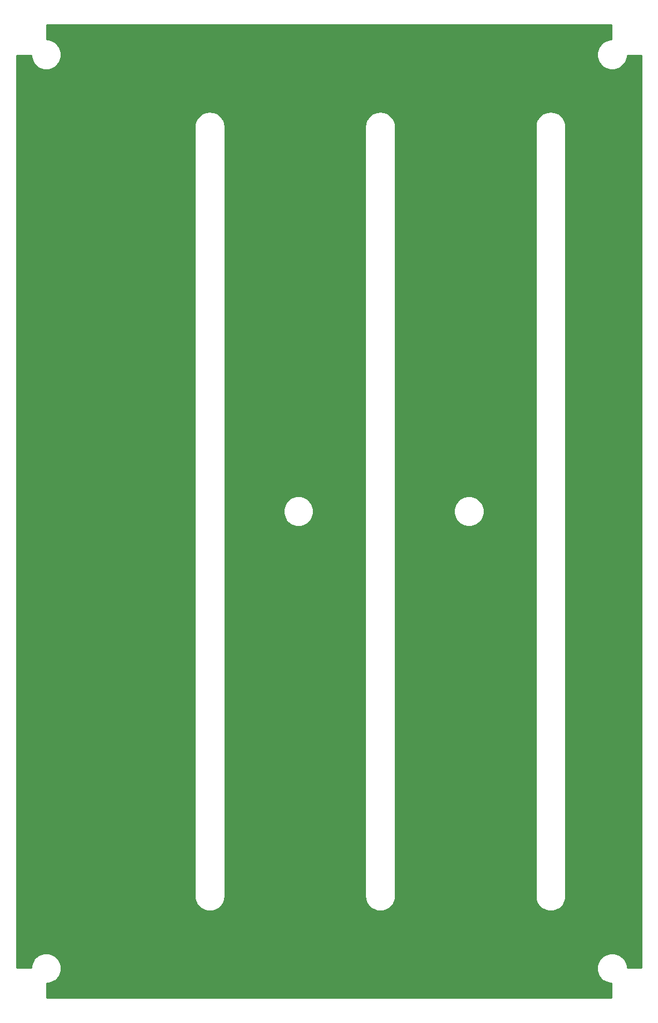
<source format=gbr>
G04 #@! TF.GenerationSoftware,KiCad,Pcbnew,(5.1.5)-3*
G04 #@! TF.CreationDate,2020-02-27T12:36:48+00:00*
G04 #@! TF.ProjectId,midi fader alps 100mm,6d696469-2066-4616-9465-7220616c7073,rev?*
G04 #@! TF.SameCoordinates,Original*
G04 #@! TF.FileFunction,Copper,L1,Top*
G04 #@! TF.FilePolarity,Positive*
%FSLAX46Y46*%
G04 Gerber Fmt 4.6, Leading zero omitted, Abs format (unit mm)*
G04 Created by KiCad (PCBNEW (5.1.5)-3) date 2020-02-27 12:36:48*
%MOMM*%
%LPD*%
G04 APERTURE LIST*
%ADD10C,0.254000*%
G04 APERTURE END LIST*
D10*
G36*
X307873000Y-49765000D02*
G01*
X307779872Y-49765000D01*
X307348075Y-49850890D01*
X306941331Y-50019369D01*
X306575271Y-50263962D01*
X306263962Y-50575271D01*
X306019369Y-50941331D01*
X305850890Y-51348075D01*
X305765000Y-51779872D01*
X305765000Y-52220128D01*
X305850890Y-52651925D01*
X306019369Y-53058669D01*
X306263962Y-53424729D01*
X306575271Y-53736038D01*
X306941331Y-53980631D01*
X307348075Y-54149110D01*
X307779872Y-54235000D01*
X308220128Y-54235000D01*
X308651925Y-54149110D01*
X309058669Y-53980631D01*
X309424729Y-53736038D01*
X309736038Y-53424729D01*
X309980631Y-53058669D01*
X310149110Y-52651925D01*
X310235000Y-52220128D01*
X310235000Y-52127000D01*
X312340001Y-52127000D01*
X312340000Y-185873000D01*
X310235000Y-185873000D01*
X310235000Y-185779872D01*
X310149110Y-185348075D01*
X309980631Y-184941331D01*
X309736038Y-184575271D01*
X309424729Y-184263962D01*
X309058669Y-184019369D01*
X308651925Y-183850890D01*
X308220128Y-183765000D01*
X307779872Y-183765000D01*
X307348075Y-183850890D01*
X306941331Y-184019369D01*
X306575271Y-184263962D01*
X306263962Y-184575271D01*
X306019369Y-184941331D01*
X305850890Y-185348075D01*
X305765000Y-185779872D01*
X305765000Y-186220128D01*
X305850890Y-186651925D01*
X306019369Y-187058669D01*
X306263962Y-187424729D01*
X306575271Y-187736038D01*
X306941331Y-187980631D01*
X307348075Y-188149110D01*
X307779872Y-188235000D01*
X307873000Y-188235000D01*
X307873000Y-190340000D01*
X225127000Y-190340000D01*
X225127000Y-188235000D01*
X225220128Y-188235000D01*
X225651925Y-188149110D01*
X226058669Y-187980631D01*
X226424729Y-187736038D01*
X226736038Y-187424729D01*
X226980631Y-187058669D01*
X227149110Y-186651925D01*
X227235000Y-186220128D01*
X227235000Y-185779872D01*
X227149110Y-185348075D01*
X226980631Y-184941331D01*
X226736038Y-184575271D01*
X226424729Y-184263962D01*
X226058669Y-184019369D01*
X225651925Y-183850890D01*
X225220128Y-183765000D01*
X224779872Y-183765000D01*
X224348075Y-183850890D01*
X223941331Y-184019369D01*
X223575271Y-184263962D01*
X223263962Y-184575271D01*
X223019369Y-184941331D01*
X222850890Y-185348075D01*
X222765000Y-185779872D01*
X222765000Y-185873000D01*
X220660000Y-185873000D01*
X220660000Y-62490205D01*
X246765000Y-62490205D01*
X246765001Y-175509796D01*
X246797340Y-175838137D01*
X246925139Y-176259436D01*
X247132675Y-176647707D01*
X247411971Y-176988030D01*
X247752294Y-177267326D01*
X248140565Y-177474862D01*
X248561864Y-177602661D01*
X249000000Y-177645814D01*
X249438137Y-177602661D01*
X249859436Y-177474862D01*
X250247707Y-177267326D01*
X250588030Y-176988030D01*
X250867326Y-176647707D01*
X251074862Y-176259436D01*
X251202661Y-175838137D01*
X251235000Y-175509796D01*
X251235000Y-118779872D01*
X259765000Y-118779872D01*
X259765000Y-119220128D01*
X259850890Y-119651925D01*
X260019369Y-120058669D01*
X260263962Y-120424729D01*
X260575271Y-120736038D01*
X260941331Y-120980631D01*
X261348075Y-121149110D01*
X261779872Y-121235000D01*
X262220128Y-121235000D01*
X262651925Y-121149110D01*
X263058669Y-120980631D01*
X263424729Y-120736038D01*
X263736038Y-120424729D01*
X263980631Y-120058669D01*
X264149110Y-119651925D01*
X264235000Y-119220128D01*
X264235000Y-118779872D01*
X264149110Y-118348075D01*
X263980631Y-117941331D01*
X263736038Y-117575271D01*
X263424729Y-117263962D01*
X263058669Y-117019369D01*
X262651925Y-116850890D01*
X262220128Y-116765000D01*
X261779872Y-116765000D01*
X261348075Y-116850890D01*
X260941331Y-117019369D01*
X260575271Y-117263962D01*
X260263962Y-117575271D01*
X260019369Y-117941331D01*
X259850890Y-118348075D01*
X259765000Y-118779872D01*
X251235000Y-118779872D01*
X251235000Y-62490205D01*
X271765000Y-62490205D01*
X271765001Y-175509796D01*
X271797340Y-175838137D01*
X271925139Y-176259436D01*
X272132675Y-176647707D01*
X272411971Y-176988030D01*
X272752294Y-177267326D01*
X273140565Y-177474862D01*
X273561864Y-177602661D01*
X274000000Y-177645814D01*
X274438137Y-177602661D01*
X274859436Y-177474862D01*
X275247707Y-177267326D01*
X275588030Y-176988030D01*
X275867326Y-176647707D01*
X276074862Y-176259436D01*
X276202661Y-175838137D01*
X276235000Y-175509796D01*
X276235000Y-118779872D01*
X284765000Y-118779872D01*
X284765000Y-119220128D01*
X284850890Y-119651925D01*
X285019369Y-120058669D01*
X285263962Y-120424729D01*
X285575271Y-120736038D01*
X285941331Y-120980631D01*
X286348075Y-121149110D01*
X286779872Y-121235000D01*
X287220128Y-121235000D01*
X287651925Y-121149110D01*
X288058669Y-120980631D01*
X288424729Y-120736038D01*
X288736038Y-120424729D01*
X288980631Y-120058669D01*
X289149110Y-119651925D01*
X289235000Y-119220128D01*
X289235000Y-118779872D01*
X289149110Y-118348075D01*
X288980631Y-117941331D01*
X288736038Y-117575271D01*
X288424729Y-117263962D01*
X288058669Y-117019369D01*
X287651925Y-116850890D01*
X287220128Y-116765000D01*
X286779872Y-116765000D01*
X286348075Y-116850890D01*
X285941331Y-117019369D01*
X285575271Y-117263962D01*
X285263962Y-117575271D01*
X285019369Y-117941331D01*
X284850890Y-118348075D01*
X284765000Y-118779872D01*
X276235000Y-118779872D01*
X276235000Y-62490205D01*
X296765000Y-62490205D01*
X296765001Y-175509796D01*
X296797340Y-175838137D01*
X296925139Y-176259436D01*
X297132675Y-176647707D01*
X297411971Y-176988030D01*
X297752294Y-177267326D01*
X298140565Y-177474862D01*
X298561864Y-177602661D01*
X299000000Y-177645814D01*
X299438137Y-177602661D01*
X299859436Y-177474862D01*
X300247707Y-177267326D01*
X300588030Y-176988030D01*
X300867326Y-176647707D01*
X301074862Y-176259436D01*
X301202661Y-175838137D01*
X301235000Y-175509796D01*
X301235000Y-62490204D01*
X301202661Y-62161863D01*
X301074862Y-61740564D01*
X300867326Y-61352293D01*
X300588030Y-61011970D01*
X300247707Y-60732674D01*
X299859435Y-60525138D01*
X299438136Y-60397339D01*
X299000000Y-60354186D01*
X298561863Y-60397339D01*
X298140564Y-60525138D01*
X297752293Y-60732674D01*
X297411970Y-61011970D01*
X297132674Y-61352293D01*
X296925138Y-61740565D01*
X296797339Y-62161864D01*
X296765000Y-62490205D01*
X276235000Y-62490205D01*
X276235000Y-62490204D01*
X276202661Y-62161863D01*
X276074862Y-61740564D01*
X275867326Y-61352293D01*
X275588030Y-61011970D01*
X275247707Y-60732674D01*
X274859435Y-60525138D01*
X274438136Y-60397339D01*
X274000000Y-60354186D01*
X273561863Y-60397339D01*
X273140564Y-60525138D01*
X272752293Y-60732674D01*
X272411970Y-61011970D01*
X272132674Y-61352293D01*
X271925138Y-61740565D01*
X271797339Y-62161864D01*
X271765000Y-62490205D01*
X251235000Y-62490205D01*
X251235000Y-62490204D01*
X251202661Y-62161863D01*
X251074862Y-61740564D01*
X250867326Y-61352293D01*
X250588030Y-61011970D01*
X250247707Y-60732674D01*
X249859435Y-60525138D01*
X249438136Y-60397339D01*
X249000000Y-60354186D01*
X248561863Y-60397339D01*
X248140564Y-60525138D01*
X247752293Y-60732674D01*
X247411970Y-61011970D01*
X247132674Y-61352293D01*
X246925138Y-61740565D01*
X246797339Y-62161864D01*
X246765000Y-62490205D01*
X220660000Y-62490205D01*
X220660000Y-52127000D01*
X222765000Y-52127000D01*
X222765000Y-52220128D01*
X222850890Y-52651925D01*
X223019369Y-53058669D01*
X223263962Y-53424729D01*
X223575271Y-53736038D01*
X223941331Y-53980631D01*
X224348075Y-54149110D01*
X224779872Y-54235000D01*
X225220128Y-54235000D01*
X225651925Y-54149110D01*
X226058669Y-53980631D01*
X226424729Y-53736038D01*
X226736038Y-53424729D01*
X226980631Y-53058669D01*
X227149110Y-52651925D01*
X227235000Y-52220128D01*
X227235000Y-51779872D01*
X227149110Y-51348075D01*
X226980631Y-50941331D01*
X226736038Y-50575271D01*
X226424729Y-50263962D01*
X226058669Y-50019369D01*
X225651925Y-49850890D01*
X225220128Y-49765000D01*
X225127000Y-49765000D01*
X225127000Y-47660000D01*
X307873000Y-47660000D01*
X307873000Y-49765000D01*
G37*
X307873000Y-49765000D02*
X307779872Y-49765000D01*
X307348075Y-49850890D01*
X306941331Y-50019369D01*
X306575271Y-50263962D01*
X306263962Y-50575271D01*
X306019369Y-50941331D01*
X305850890Y-51348075D01*
X305765000Y-51779872D01*
X305765000Y-52220128D01*
X305850890Y-52651925D01*
X306019369Y-53058669D01*
X306263962Y-53424729D01*
X306575271Y-53736038D01*
X306941331Y-53980631D01*
X307348075Y-54149110D01*
X307779872Y-54235000D01*
X308220128Y-54235000D01*
X308651925Y-54149110D01*
X309058669Y-53980631D01*
X309424729Y-53736038D01*
X309736038Y-53424729D01*
X309980631Y-53058669D01*
X310149110Y-52651925D01*
X310235000Y-52220128D01*
X310235000Y-52127000D01*
X312340001Y-52127000D01*
X312340000Y-185873000D01*
X310235000Y-185873000D01*
X310235000Y-185779872D01*
X310149110Y-185348075D01*
X309980631Y-184941331D01*
X309736038Y-184575271D01*
X309424729Y-184263962D01*
X309058669Y-184019369D01*
X308651925Y-183850890D01*
X308220128Y-183765000D01*
X307779872Y-183765000D01*
X307348075Y-183850890D01*
X306941331Y-184019369D01*
X306575271Y-184263962D01*
X306263962Y-184575271D01*
X306019369Y-184941331D01*
X305850890Y-185348075D01*
X305765000Y-185779872D01*
X305765000Y-186220128D01*
X305850890Y-186651925D01*
X306019369Y-187058669D01*
X306263962Y-187424729D01*
X306575271Y-187736038D01*
X306941331Y-187980631D01*
X307348075Y-188149110D01*
X307779872Y-188235000D01*
X307873000Y-188235000D01*
X307873000Y-190340000D01*
X225127000Y-190340000D01*
X225127000Y-188235000D01*
X225220128Y-188235000D01*
X225651925Y-188149110D01*
X226058669Y-187980631D01*
X226424729Y-187736038D01*
X226736038Y-187424729D01*
X226980631Y-187058669D01*
X227149110Y-186651925D01*
X227235000Y-186220128D01*
X227235000Y-185779872D01*
X227149110Y-185348075D01*
X226980631Y-184941331D01*
X226736038Y-184575271D01*
X226424729Y-184263962D01*
X226058669Y-184019369D01*
X225651925Y-183850890D01*
X225220128Y-183765000D01*
X224779872Y-183765000D01*
X224348075Y-183850890D01*
X223941331Y-184019369D01*
X223575271Y-184263962D01*
X223263962Y-184575271D01*
X223019369Y-184941331D01*
X222850890Y-185348075D01*
X222765000Y-185779872D01*
X222765000Y-185873000D01*
X220660000Y-185873000D01*
X220660000Y-62490205D01*
X246765000Y-62490205D01*
X246765001Y-175509796D01*
X246797340Y-175838137D01*
X246925139Y-176259436D01*
X247132675Y-176647707D01*
X247411971Y-176988030D01*
X247752294Y-177267326D01*
X248140565Y-177474862D01*
X248561864Y-177602661D01*
X249000000Y-177645814D01*
X249438137Y-177602661D01*
X249859436Y-177474862D01*
X250247707Y-177267326D01*
X250588030Y-176988030D01*
X250867326Y-176647707D01*
X251074862Y-176259436D01*
X251202661Y-175838137D01*
X251235000Y-175509796D01*
X251235000Y-118779872D01*
X259765000Y-118779872D01*
X259765000Y-119220128D01*
X259850890Y-119651925D01*
X260019369Y-120058669D01*
X260263962Y-120424729D01*
X260575271Y-120736038D01*
X260941331Y-120980631D01*
X261348075Y-121149110D01*
X261779872Y-121235000D01*
X262220128Y-121235000D01*
X262651925Y-121149110D01*
X263058669Y-120980631D01*
X263424729Y-120736038D01*
X263736038Y-120424729D01*
X263980631Y-120058669D01*
X264149110Y-119651925D01*
X264235000Y-119220128D01*
X264235000Y-118779872D01*
X264149110Y-118348075D01*
X263980631Y-117941331D01*
X263736038Y-117575271D01*
X263424729Y-117263962D01*
X263058669Y-117019369D01*
X262651925Y-116850890D01*
X262220128Y-116765000D01*
X261779872Y-116765000D01*
X261348075Y-116850890D01*
X260941331Y-117019369D01*
X260575271Y-117263962D01*
X260263962Y-117575271D01*
X260019369Y-117941331D01*
X259850890Y-118348075D01*
X259765000Y-118779872D01*
X251235000Y-118779872D01*
X251235000Y-62490205D01*
X271765000Y-62490205D01*
X271765001Y-175509796D01*
X271797340Y-175838137D01*
X271925139Y-176259436D01*
X272132675Y-176647707D01*
X272411971Y-176988030D01*
X272752294Y-177267326D01*
X273140565Y-177474862D01*
X273561864Y-177602661D01*
X274000000Y-177645814D01*
X274438137Y-177602661D01*
X274859436Y-177474862D01*
X275247707Y-177267326D01*
X275588030Y-176988030D01*
X275867326Y-176647707D01*
X276074862Y-176259436D01*
X276202661Y-175838137D01*
X276235000Y-175509796D01*
X276235000Y-118779872D01*
X284765000Y-118779872D01*
X284765000Y-119220128D01*
X284850890Y-119651925D01*
X285019369Y-120058669D01*
X285263962Y-120424729D01*
X285575271Y-120736038D01*
X285941331Y-120980631D01*
X286348075Y-121149110D01*
X286779872Y-121235000D01*
X287220128Y-121235000D01*
X287651925Y-121149110D01*
X288058669Y-120980631D01*
X288424729Y-120736038D01*
X288736038Y-120424729D01*
X288980631Y-120058669D01*
X289149110Y-119651925D01*
X289235000Y-119220128D01*
X289235000Y-118779872D01*
X289149110Y-118348075D01*
X288980631Y-117941331D01*
X288736038Y-117575271D01*
X288424729Y-117263962D01*
X288058669Y-117019369D01*
X287651925Y-116850890D01*
X287220128Y-116765000D01*
X286779872Y-116765000D01*
X286348075Y-116850890D01*
X285941331Y-117019369D01*
X285575271Y-117263962D01*
X285263962Y-117575271D01*
X285019369Y-117941331D01*
X284850890Y-118348075D01*
X284765000Y-118779872D01*
X276235000Y-118779872D01*
X276235000Y-62490205D01*
X296765000Y-62490205D01*
X296765001Y-175509796D01*
X296797340Y-175838137D01*
X296925139Y-176259436D01*
X297132675Y-176647707D01*
X297411971Y-176988030D01*
X297752294Y-177267326D01*
X298140565Y-177474862D01*
X298561864Y-177602661D01*
X299000000Y-177645814D01*
X299438137Y-177602661D01*
X299859436Y-177474862D01*
X300247707Y-177267326D01*
X300588030Y-176988030D01*
X300867326Y-176647707D01*
X301074862Y-176259436D01*
X301202661Y-175838137D01*
X301235000Y-175509796D01*
X301235000Y-62490204D01*
X301202661Y-62161863D01*
X301074862Y-61740564D01*
X300867326Y-61352293D01*
X300588030Y-61011970D01*
X300247707Y-60732674D01*
X299859435Y-60525138D01*
X299438136Y-60397339D01*
X299000000Y-60354186D01*
X298561863Y-60397339D01*
X298140564Y-60525138D01*
X297752293Y-60732674D01*
X297411970Y-61011970D01*
X297132674Y-61352293D01*
X296925138Y-61740565D01*
X296797339Y-62161864D01*
X296765000Y-62490205D01*
X276235000Y-62490205D01*
X276235000Y-62490204D01*
X276202661Y-62161863D01*
X276074862Y-61740564D01*
X275867326Y-61352293D01*
X275588030Y-61011970D01*
X275247707Y-60732674D01*
X274859435Y-60525138D01*
X274438136Y-60397339D01*
X274000000Y-60354186D01*
X273561863Y-60397339D01*
X273140564Y-60525138D01*
X272752293Y-60732674D01*
X272411970Y-61011970D01*
X272132674Y-61352293D01*
X271925138Y-61740565D01*
X271797339Y-62161864D01*
X271765000Y-62490205D01*
X251235000Y-62490205D01*
X251235000Y-62490204D01*
X251202661Y-62161863D01*
X251074862Y-61740564D01*
X250867326Y-61352293D01*
X250588030Y-61011970D01*
X250247707Y-60732674D01*
X249859435Y-60525138D01*
X249438136Y-60397339D01*
X249000000Y-60354186D01*
X248561863Y-60397339D01*
X248140564Y-60525138D01*
X247752293Y-60732674D01*
X247411970Y-61011970D01*
X247132674Y-61352293D01*
X246925138Y-61740565D01*
X246797339Y-62161864D01*
X246765000Y-62490205D01*
X220660000Y-62490205D01*
X220660000Y-52127000D01*
X222765000Y-52127000D01*
X222765000Y-52220128D01*
X222850890Y-52651925D01*
X223019369Y-53058669D01*
X223263962Y-53424729D01*
X223575271Y-53736038D01*
X223941331Y-53980631D01*
X224348075Y-54149110D01*
X224779872Y-54235000D01*
X225220128Y-54235000D01*
X225651925Y-54149110D01*
X226058669Y-53980631D01*
X226424729Y-53736038D01*
X226736038Y-53424729D01*
X226980631Y-53058669D01*
X227149110Y-52651925D01*
X227235000Y-52220128D01*
X227235000Y-51779872D01*
X227149110Y-51348075D01*
X226980631Y-50941331D01*
X226736038Y-50575271D01*
X226424729Y-50263962D01*
X226058669Y-50019369D01*
X225651925Y-49850890D01*
X225220128Y-49765000D01*
X225127000Y-49765000D01*
X225127000Y-47660000D01*
X307873000Y-47660000D01*
X307873000Y-49765000D01*
M02*

</source>
